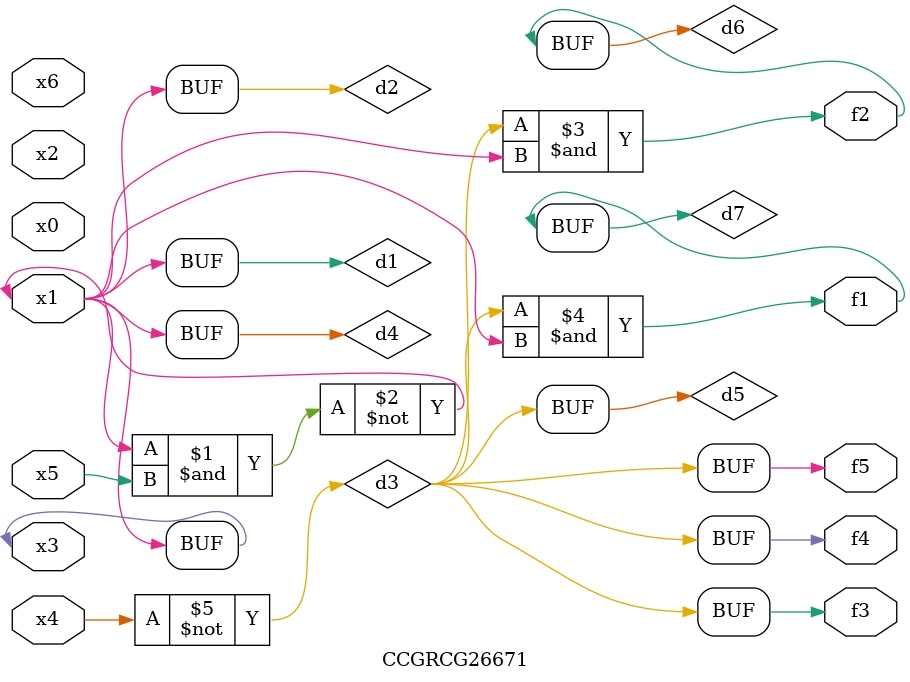
<source format=v>
module CCGRCG26671(
	input x0, x1, x2, x3, x4, x5, x6,
	output f1, f2, f3, f4, f5
);

	wire d1, d2, d3, d4, d5, d6, d7;

	buf (d1, x1, x3);
	nand (d2, x1, x5);
	not (d3, x4);
	buf (d4, d1, d2);
	buf (d5, d3);
	and (d6, d3, d4);
	and (d7, d3, d4);
	assign f1 = d7;
	assign f2 = d6;
	assign f3 = d5;
	assign f4 = d5;
	assign f5 = d5;
endmodule

</source>
